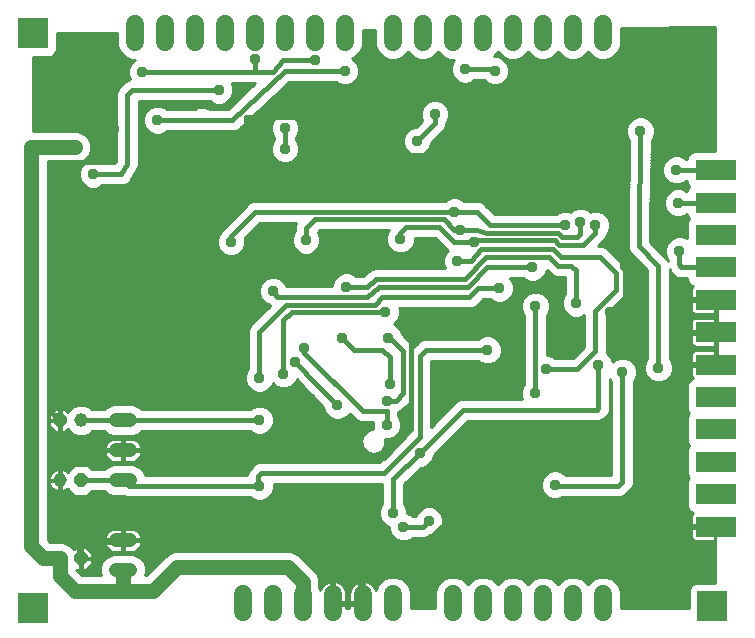
<source format=gbl>
G75*
G70*
%OFA0B0*%
%FSLAX24Y24*%
%IPPOS*%
%LPD*%
%AMOC8*
5,1,8,0,0,1.08239X$1,22.5*
%
%ADD10C,0.0600*%
%ADD11C,0.0480*%
%ADD12OC8,0.0460*%
%ADD13C,0.0460*%
%ADD14R,0.1378X0.0669*%
%ADD15C,0.0160*%
%ADD16C,0.0376*%
%ADD17R,0.1000X0.1000*%
%ADD18C,0.0500*%
%ADD19C,0.0100*%
D10*
X010431Y001789D02*
X010431Y002389D01*
X011431Y002389D02*
X011431Y001789D01*
X012431Y001789D02*
X012431Y002389D01*
X013431Y002389D02*
X013431Y001789D01*
X014431Y001789D02*
X014431Y002389D01*
X015431Y002389D02*
X015431Y001789D01*
X017431Y001789D02*
X017431Y002389D01*
X018431Y002389D02*
X018431Y001789D01*
X019431Y001789D02*
X019431Y002389D01*
X020431Y002389D02*
X020431Y001789D01*
X021431Y001789D02*
X021431Y002389D01*
X022431Y002389D02*
X022431Y001789D01*
X022431Y020789D02*
X022431Y021389D01*
X021431Y021389D02*
X021431Y020789D01*
X020431Y020789D02*
X020431Y021389D01*
X019431Y021389D02*
X019431Y020789D01*
X018431Y020789D02*
X018431Y021389D01*
X017431Y021389D02*
X017431Y020789D01*
X016431Y020789D02*
X016431Y021389D01*
X015431Y021389D02*
X015431Y020789D01*
X013831Y020789D02*
X013831Y021389D01*
X012831Y021389D02*
X012831Y020789D01*
X011831Y020789D02*
X011831Y021389D01*
X010831Y021389D02*
X010831Y020789D01*
X009831Y020789D02*
X009831Y021389D01*
X008831Y021389D02*
X008831Y020789D01*
X007831Y020789D02*
X007831Y021389D01*
X006831Y021389D02*
X006831Y020789D01*
D11*
X006671Y008189D02*
X006191Y008189D01*
X006191Y007189D02*
X006671Y007189D01*
X006671Y006189D02*
X006191Y006189D01*
X006191Y004189D02*
X006671Y004189D01*
X006671Y003189D02*
X006191Y003189D01*
D12*
X005031Y003589D03*
X005031Y006189D03*
X004331Y008189D03*
D13*
X005031Y008189D03*
X004331Y006189D03*
X004331Y003589D03*
D14*
X026201Y004649D03*
X026201Y005729D03*
X026201Y006809D03*
X026201Y007889D03*
X026201Y008969D03*
X026201Y010049D03*
X026201Y011129D03*
X026201Y012209D03*
X026201Y013289D03*
X026201Y014369D03*
X026201Y015449D03*
X026201Y016529D03*
D15*
X026201Y016539D01*
X024881Y016539D01*
X023681Y017239D02*
X023681Y017839D01*
X023681Y017239D02*
X023631Y014939D01*
X023631Y013989D01*
X024281Y013339D01*
X024281Y009939D01*
X024481Y009139D02*
X024481Y007689D01*
X024431Y007639D01*
X023681Y007639D01*
X024481Y007689D02*
X024481Y004699D01*
X024431Y004649D01*
X026201Y004649D01*
X024431Y004649D02*
X017041Y004649D01*
X016381Y003989D01*
X014581Y003989D01*
X014331Y003739D01*
X014331Y003289D01*
X014281Y003339D01*
X013481Y003339D01*
X012781Y004039D01*
X012781Y005139D01*
X010981Y005989D02*
X010931Y005989D01*
X010931Y006339D01*
X011031Y006439D01*
X015131Y006439D01*
X016331Y007639D01*
X016331Y010339D01*
X016531Y010539D01*
X018581Y010539D01*
X017831Y011189D02*
X016231Y011189D01*
X016031Y010889D01*
X016031Y007889D01*
X015131Y006939D01*
X009931Y006939D01*
X009881Y006939D02*
X009631Y007189D01*
X006431Y007189D01*
X004331Y007189D01*
X004331Y008189D01*
X003981Y008539D01*
X003981Y008789D01*
X011131Y008789D01*
X011281Y008639D01*
X012731Y008639D01*
X012931Y009339D02*
X013581Y008689D01*
X014431Y008489D02*
X012481Y010439D01*
X012481Y010589D01*
X012181Y010139D02*
X012931Y009339D01*
X011781Y009739D02*
X011781Y011539D01*
X012081Y011789D01*
X015181Y011789D01*
X014831Y012039D02*
X015081Y012289D01*
X017981Y012289D01*
X018281Y012589D01*
X018981Y012589D01*
X018581Y013289D02*
X017931Y012639D01*
X014981Y012639D01*
X014581Y012289D01*
X011581Y012289D01*
X011431Y012489D01*
X011881Y012039D02*
X014831Y012039D01*
X014581Y012639D02*
X013881Y012639D01*
X014581Y012639D02*
X014881Y012889D01*
X017831Y012889D01*
X018531Y013639D01*
X020631Y013639D01*
X020931Y013339D01*
X021381Y013339D01*
X021531Y013189D01*
X021531Y012089D01*
X022181Y011839D02*
X022181Y010489D01*
X021581Y009889D01*
X020531Y009889D01*
X020181Y009089D02*
X020181Y011989D01*
X020081Y013289D02*
X018581Y013289D01*
X018031Y013489D02*
X018381Y013889D01*
X020781Y013889D01*
X021031Y013639D01*
X022331Y013639D01*
X022881Y013089D01*
X022881Y012539D01*
X022181Y011839D01*
X022681Y011789D02*
X023181Y012289D01*
X023181Y013339D01*
X022181Y014439D02*
X021781Y014039D01*
X020981Y014039D01*
X020831Y014189D01*
X018181Y014189D01*
X018131Y014139D01*
X017481Y014139D01*
X016981Y014639D01*
X015881Y014639D01*
X015681Y014439D01*
X015681Y014239D01*
X017131Y014889D02*
X017481Y014539D01*
X017681Y014539D01*
X018231Y014539D01*
X018531Y014439D01*
X020931Y014439D01*
X021081Y014289D01*
X021581Y014289D01*
X021681Y014389D01*
X021681Y014789D01*
X022181Y014689D02*
X022181Y014439D01*
X021181Y014689D02*
X018681Y014689D01*
X018231Y015139D01*
X017481Y015139D01*
X010831Y015139D01*
X010031Y014339D01*
X010031Y014139D01*
X010531Y015839D02*
X008081Y015839D01*
X003981Y015839D01*
X003981Y016789D01*
X005831Y016789D01*
X006131Y016989D01*
X006131Y017889D01*
X007581Y018189D02*
X010081Y018189D01*
X011831Y019839D01*
X013831Y019839D01*
X012831Y020189D02*
X011781Y020189D01*
X011431Y019789D01*
X010831Y019789D01*
X010831Y020239D01*
X010831Y019789D02*
X007081Y019789D01*
X006731Y019189D02*
X006581Y019039D01*
X006581Y016739D01*
X006381Y016389D01*
X005431Y016389D01*
X003981Y015839D02*
X003981Y008789D01*
X004331Y008189D02*
X004381Y008189D01*
X005031Y008189D02*
X006431Y008189D01*
X010981Y008189D01*
X010981Y009589D02*
X010981Y011139D01*
X011881Y012039D01*
X013731Y010939D02*
X014131Y010539D01*
X015081Y010539D01*
X015331Y010289D01*
X015331Y009389D01*
X015781Y009089D02*
X015531Y008839D01*
X015231Y008839D01*
X015781Y009089D02*
X015781Y010489D01*
X015331Y010939D01*
X015281Y010939D01*
X013781Y010939D02*
X013731Y010939D01*
X014431Y008489D02*
X015231Y008489D01*
X015231Y008039D01*
X016331Y007089D02*
X017781Y008539D01*
X022231Y008539D01*
X022281Y008589D01*
X022281Y010039D01*
X023081Y009789D02*
X023081Y006139D01*
X022931Y005989D01*
X020881Y005989D01*
X020831Y006039D01*
X016631Y004839D02*
X016431Y004639D01*
X015781Y004639D01*
X015431Y005089D02*
X015431Y006239D01*
X016331Y007089D01*
X014331Y003289D02*
X014331Y002189D01*
X014431Y002089D01*
X013431Y002089D01*
X010931Y005989D02*
X006631Y005989D01*
X006431Y006189D01*
X005031Y006189D01*
X004331Y006189D02*
X004331Y004689D01*
X004881Y004139D01*
X004981Y004139D01*
X004981Y003639D01*
X005031Y003589D01*
X004981Y004139D02*
X006381Y004139D01*
X006431Y004189D01*
X004331Y006189D02*
X004331Y007189D01*
X012531Y014189D02*
X012531Y014589D01*
X012831Y014889D01*
X017131Y014889D01*
X017581Y013489D02*
X018031Y013489D01*
X017631Y017039D02*
X015531Y017039D01*
X015181Y017339D01*
X014831Y017339D01*
X014831Y018289D01*
X012831Y018289D01*
X010531Y018289D01*
X010531Y016989D01*
X010531Y015839D01*
X011831Y017239D02*
X011831Y017939D01*
X009631Y019189D02*
X006731Y019189D01*
X016231Y017489D02*
X016831Y018089D01*
X016831Y018389D01*
X017831Y018339D02*
X017831Y017289D01*
X017881Y017339D01*
X019831Y017339D01*
X019831Y019239D01*
X019816Y019674D01*
X026031Y019674D01*
X026031Y019189D01*
X026201Y015449D02*
X026201Y015439D01*
X024931Y015439D01*
X024981Y013839D02*
X024981Y013389D01*
X025031Y013289D01*
X026201Y013289D01*
X026201Y012209D02*
X026201Y011129D01*
X026201Y010049D01*
X025391Y010049D01*
X024481Y009139D01*
X017631Y017039D02*
X017831Y017239D01*
X017831Y017289D01*
X017831Y019889D02*
X018781Y019889D01*
X018831Y019839D01*
D16*
X018831Y019839D03*
X017831Y019889D03*
X017831Y018339D03*
X016831Y018389D03*
X016231Y017489D03*
X015531Y017039D03*
X014831Y017339D03*
X012831Y018289D03*
X011831Y017939D03*
X011831Y017239D03*
X010531Y016989D03*
X008081Y015839D03*
X010031Y014139D03*
X011431Y012489D03*
X013881Y012639D03*
X015181Y011789D03*
X015281Y010939D03*
X013731Y010939D03*
X012481Y010589D03*
X012181Y010139D03*
X011781Y009739D03*
X010981Y009589D03*
X010981Y008189D03*
X009881Y006939D03*
X010981Y005989D03*
X012781Y005139D03*
X015431Y005089D03*
X015781Y004639D03*
X016631Y004839D03*
X016331Y007089D03*
X015231Y008039D03*
X015231Y008839D03*
X015331Y009389D03*
X013581Y008689D03*
X012731Y008639D03*
X017831Y011189D03*
X018581Y010539D03*
X020531Y009889D03*
X020181Y009089D03*
X022281Y010039D03*
X023081Y009789D03*
X024281Y009939D03*
X022681Y011789D03*
X021531Y012089D03*
X020181Y011989D03*
X018981Y012589D03*
X020081Y013289D03*
X021181Y014689D03*
X021681Y014789D03*
X022181Y014689D03*
X023181Y013339D03*
X024981Y013839D03*
X024931Y015439D03*
X024881Y016539D03*
X023681Y017839D03*
X026031Y019189D03*
X019831Y017339D03*
X017481Y015139D03*
X017681Y014539D03*
X018131Y014139D03*
X017581Y013489D03*
X015681Y014239D03*
X012531Y014189D03*
X007581Y018189D03*
X006131Y017889D03*
X004831Y017289D03*
X005431Y016389D03*
X009631Y019189D03*
X010831Y020239D03*
X012831Y020189D03*
X013831Y019839D03*
X007081Y019789D03*
X023681Y007639D03*
X020831Y006039D03*
D17*
X003431Y001939D03*
X026081Y001989D03*
X003431Y021089D03*
D18*
X003381Y017289D02*
X004831Y017289D01*
X003381Y017289D02*
X003381Y003989D01*
X003781Y003589D01*
X004331Y003589D01*
X004331Y002989D01*
X004831Y002489D01*
X006431Y002489D01*
X006431Y003189D01*
X006431Y002489D02*
X007431Y002489D01*
X008231Y003289D01*
X011931Y003289D01*
X012431Y002789D01*
X012431Y002089D01*
D19*
X013006Y002540D02*
X012971Y002627D01*
X012971Y002681D01*
X012971Y002896D01*
X012888Y003094D01*
X012388Y003594D01*
X012236Y003746D01*
X012038Y003828D01*
X008338Y003828D01*
X008123Y003828D01*
X007925Y003746D01*
X007207Y003028D01*
X007178Y003028D01*
X007201Y003083D01*
X007201Y003294D01*
X007120Y003489D01*
X006971Y003638D01*
X006776Y003718D01*
X006562Y003718D01*
X006538Y003728D01*
X006323Y003728D01*
X006299Y003718D01*
X006085Y003718D01*
X005890Y003638D01*
X005741Y003489D01*
X005661Y003294D01*
X005661Y003083D01*
X005683Y003028D01*
X005054Y003028D01*
X004874Y003209D01*
X005010Y003209D01*
X005010Y003568D01*
X005051Y003568D01*
X005051Y003609D01*
X005010Y003609D01*
X005010Y003968D01*
X004873Y003968D01*
X004791Y003887D01*
X004788Y003894D01*
X004636Y004046D01*
X004438Y004128D01*
X004004Y004128D01*
X003921Y004212D01*
X003921Y016749D01*
X004938Y016749D01*
X005136Y016831D01*
X005288Y016983D01*
X005371Y017181D01*
X005371Y017396D01*
X005288Y017594D01*
X005136Y017746D01*
X004938Y017828D01*
X003431Y017828D01*
X003431Y020299D01*
X003988Y020299D01*
X004095Y020343D01*
X004176Y020424D01*
X004221Y020531D01*
X004221Y021095D01*
X006241Y021113D01*
X006241Y020671D01*
X006330Y020454D01*
X006496Y020288D01*
X006713Y020199D01*
X006821Y020199D01*
X006810Y020194D01*
X006675Y020059D01*
X006602Y019884D01*
X006602Y019693D01*
X006658Y019558D01*
X006657Y019558D01*
X006521Y019502D01*
X006371Y019352D01*
X006267Y019248D01*
X006211Y019112D01*
X006211Y016837D01*
X006166Y016758D01*
X005737Y016758D01*
X005701Y016794D01*
X005526Y016867D01*
X005335Y016867D01*
X005160Y016794D01*
X005025Y016659D01*
X004952Y016484D01*
X004952Y016293D01*
X005025Y016118D01*
X005160Y015983D01*
X005335Y015910D01*
X005526Y015910D01*
X005701Y015983D01*
X005737Y016019D01*
X006357Y016019D01*
X006407Y016012D01*
X006430Y016019D01*
X006454Y016019D01*
X006500Y016038D01*
X006549Y016051D01*
X006568Y016066D01*
X006590Y016075D01*
X006625Y016110D01*
X006665Y016141D01*
X006677Y016162D01*
X006694Y016179D01*
X006713Y016225D01*
X006877Y016512D01*
X006894Y016529D01*
X006913Y016575D01*
X006938Y016619D01*
X006941Y016643D01*
X006951Y016665D01*
X006951Y016715D01*
X006957Y016765D01*
X006951Y016788D01*
X006951Y018819D01*
X009324Y018819D01*
X009360Y018783D01*
X009535Y018710D01*
X009726Y018710D01*
X009901Y018783D01*
X010036Y018918D01*
X010109Y019093D01*
X010109Y019284D01*
X010053Y019419D01*
X010757Y019419D01*
X010846Y019419D01*
X009934Y018558D01*
X009338Y018558D01*
X009140Y018649D01*
X008908Y018616D01*
X008842Y018558D01*
X007887Y018558D01*
X007851Y018594D01*
X007676Y018667D01*
X007485Y018667D01*
X007310Y018594D01*
X007175Y018459D01*
X007102Y018284D01*
X007102Y018093D01*
X007175Y017918D01*
X007310Y017783D01*
X007485Y017710D01*
X007676Y017710D01*
X007851Y017783D01*
X007887Y017819D01*
X010075Y017819D01*
X010143Y017816D01*
X010149Y017819D01*
X010154Y017819D01*
X010217Y017845D01*
X010281Y017869D01*
X010285Y017873D01*
X010290Y017875D01*
X010339Y017923D01*
X011977Y019469D01*
X013524Y019469D01*
X013560Y019433D01*
X013735Y019360D01*
X013926Y019360D01*
X014101Y019433D01*
X014236Y019568D01*
X014309Y019743D01*
X014309Y019934D01*
X014236Y020109D01*
X014101Y020244D01*
X014079Y020253D01*
X014165Y020288D01*
X014331Y020454D01*
X014421Y020671D01*
X014421Y021185D01*
X014841Y021189D01*
X014841Y020671D01*
X014930Y020454D01*
X015096Y020288D01*
X015313Y020199D01*
X015548Y020199D01*
X015765Y020288D01*
X015931Y020454D01*
X016096Y020288D01*
X016313Y020199D01*
X016548Y020199D01*
X016765Y020288D01*
X016931Y020454D01*
X017096Y020288D01*
X017313Y020199D01*
X017464Y020199D01*
X017425Y020159D01*
X017352Y019984D01*
X017352Y019793D01*
X017425Y019618D01*
X017560Y019483D01*
X017735Y019410D01*
X017926Y019410D01*
X018101Y019483D01*
X018137Y019519D01*
X018474Y019519D01*
X018560Y019433D01*
X018735Y019360D01*
X018926Y019360D01*
X019101Y019433D01*
X019236Y019568D01*
X019309Y019743D01*
X019309Y019934D01*
X019236Y020109D01*
X019101Y020244D01*
X018926Y020317D01*
X018793Y020317D01*
X018931Y020454D01*
X019096Y020288D01*
X019313Y020199D01*
X019548Y020199D01*
X019765Y020288D01*
X019931Y020454D01*
X020096Y020288D01*
X020313Y020199D01*
X020548Y020199D01*
X020765Y020288D01*
X020931Y020454D01*
X021096Y020288D01*
X021313Y020199D01*
X021548Y020199D01*
X021765Y020288D01*
X021931Y020454D01*
X022096Y020288D01*
X022313Y020199D01*
X022548Y020199D01*
X022765Y020288D01*
X022931Y020454D01*
X023021Y020671D01*
X023021Y021261D01*
X026181Y021289D01*
X026181Y017153D01*
X025454Y017153D01*
X025347Y017109D01*
X025266Y017027D01*
X025222Y016921D01*
X025222Y016908D01*
X025187Y016908D01*
X025151Y016944D01*
X024976Y017017D01*
X024785Y017017D01*
X024610Y016944D01*
X024475Y016809D01*
X024402Y016634D01*
X024402Y016443D01*
X024475Y016268D01*
X024610Y016133D01*
X024785Y016060D01*
X024976Y016060D01*
X025151Y016133D01*
X025187Y016169D01*
X025222Y016169D01*
X025222Y016136D01*
X025266Y016030D01*
X025307Y015989D01*
X025266Y015947D01*
X025222Y015841D01*
X025222Y015824D01*
X025201Y015844D01*
X025026Y015917D01*
X024835Y015917D01*
X024660Y015844D01*
X024525Y015709D01*
X024452Y015534D01*
X024452Y015343D01*
X024525Y015168D01*
X024660Y015033D01*
X024835Y014960D01*
X025026Y014960D01*
X025201Y015033D01*
X025222Y015054D01*
X025266Y014950D01*
X025307Y014908D01*
X025266Y014867D01*
X025222Y014761D01*
X025222Y014256D01*
X025076Y014317D01*
X024885Y014317D01*
X024710Y014244D01*
X024575Y014109D01*
X024502Y013934D01*
X024502Y013743D01*
X024575Y013568D01*
X024611Y013532D01*
X024611Y013508D01*
X024594Y013548D01*
X024001Y014142D01*
X024001Y014935D01*
X024049Y017161D01*
X024051Y017165D01*
X024051Y017235D01*
X024052Y017304D01*
X024051Y017308D01*
X024051Y017532D01*
X024086Y017568D01*
X024159Y017743D01*
X024159Y017934D01*
X024086Y018109D01*
X023951Y018244D01*
X023776Y018317D01*
X023585Y018317D01*
X023410Y018244D01*
X023275Y018109D01*
X023202Y017934D01*
X023202Y017743D01*
X023275Y017568D01*
X023311Y017532D01*
X023311Y017242D01*
X023262Y015016D01*
X023261Y015012D01*
X023261Y014942D01*
X023259Y014873D01*
X023261Y014869D01*
X023261Y013915D01*
X023317Y013779D01*
X023421Y013675D01*
X023911Y013185D01*
X023911Y010245D01*
X023875Y010209D01*
X023802Y010034D01*
X023802Y009843D01*
X023875Y009668D01*
X024010Y009533D01*
X024185Y009460D01*
X024376Y009460D01*
X024551Y009533D01*
X024686Y009668D01*
X024759Y009843D01*
X024759Y010034D01*
X024686Y010209D01*
X024651Y010245D01*
X024651Y013219D01*
X024667Y013179D01*
X024676Y013169D01*
X024694Y013135D01*
X024717Y013079D01*
X024726Y013069D01*
X024733Y013057D01*
X024778Y013018D01*
X024821Y012975D01*
X024833Y012970D01*
X024844Y012961D01*
X024901Y012942D01*
X024957Y012919D01*
X024970Y012919D01*
X024983Y012914D01*
X025044Y012919D01*
X025222Y012919D01*
X025222Y012896D01*
X025266Y012790D01*
X025347Y012708D01*
X025435Y012672D01*
X025419Y012663D01*
X025392Y012635D01*
X025372Y012601D01*
X025362Y012563D01*
X025362Y012258D01*
X026150Y012258D01*
X026150Y012159D01*
X025362Y012159D01*
X025362Y011854D01*
X025372Y011816D01*
X025392Y011782D01*
X025419Y011754D01*
X025454Y011734D01*
X025492Y011724D01*
X026151Y011724D01*
X026151Y012158D01*
X026181Y012158D01*
X026181Y011179D01*
X026151Y011179D01*
X026151Y011613D01*
X025492Y011613D01*
X025454Y011603D01*
X025419Y011583D01*
X025392Y011555D01*
X025372Y011521D01*
X025362Y011483D01*
X025362Y011178D01*
X026150Y011178D01*
X026150Y011079D01*
X025362Y011079D01*
X025362Y010774D01*
X025372Y010736D01*
X025392Y010702D01*
X025419Y010674D01*
X025454Y010654D01*
X025492Y010644D01*
X026151Y010644D01*
X026151Y011078D01*
X026181Y011078D01*
X026181Y010099D01*
X026151Y010099D01*
X026151Y010533D01*
X025492Y010533D01*
X025454Y010523D01*
X025419Y010503D01*
X025392Y010475D01*
X025372Y010441D01*
X025362Y010403D01*
X025362Y010098D01*
X026150Y010098D01*
X026150Y009999D01*
X025362Y009999D01*
X025362Y009694D01*
X025372Y009656D01*
X025392Y009622D01*
X025419Y009594D01*
X025435Y009585D01*
X025347Y009549D01*
X025266Y009467D01*
X025222Y009361D01*
X025222Y008576D01*
X025266Y008470D01*
X025307Y008429D01*
X025266Y008387D01*
X025222Y008281D01*
X025222Y007496D01*
X025266Y007390D01*
X025307Y007349D01*
X025266Y007307D01*
X025222Y007201D01*
X025222Y006416D01*
X025266Y006310D01*
X025307Y006269D01*
X025266Y006227D01*
X025222Y006121D01*
X025222Y005336D01*
X025266Y005230D01*
X025347Y005148D01*
X025435Y005112D01*
X025419Y005103D01*
X025392Y005075D01*
X025372Y005041D01*
X025362Y005003D01*
X025362Y004698D01*
X026150Y004698D01*
X026150Y004599D01*
X025362Y004599D01*
X025362Y004294D01*
X025372Y004256D01*
X025392Y004222D01*
X025419Y004194D01*
X025454Y004174D01*
X025492Y004164D01*
X026151Y004164D01*
X026151Y004598D01*
X026181Y004598D01*
X026181Y002778D01*
X025523Y002778D01*
X025416Y002734D01*
X025335Y002653D01*
X025291Y002546D01*
X025291Y001939D01*
X023021Y001939D01*
X023021Y002506D01*
X022931Y002723D01*
X022765Y002889D01*
X022548Y002978D01*
X022313Y002978D01*
X022096Y002889D01*
X021931Y002723D01*
X021765Y002889D01*
X021548Y002978D01*
X021313Y002978D01*
X021096Y002889D01*
X020931Y002723D01*
X020765Y002889D01*
X020548Y002978D01*
X020313Y002978D01*
X020096Y002889D01*
X019931Y002723D01*
X019765Y002889D01*
X019548Y002978D01*
X019313Y002978D01*
X019096Y002889D01*
X018931Y002723D01*
X018765Y002889D01*
X018548Y002978D01*
X018313Y002978D01*
X018096Y002889D01*
X017931Y002723D01*
X017765Y002889D01*
X017548Y002978D01*
X017313Y002978D01*
X017096Y002889D01*
X016930Y002723D01*
X016841Y002506D01*
X016841Y001939D01*
X016021Y001939D01*
X016021Y002506D01*
X015931Y002723D01*
X015765Y002889D01*
X015548Y002978D01*
X015313Y002978D01*
X015096Y002889D01*
X014930Y002723D01*
X014855Y002540D01*
X014848Y002561D01*
X014815Y002624D01*
X014774Y002682D01*
X014724Y002732D01*
X014666Y002773D01*
X014603Y002806D01*
X014536Y002827D01*
X014480Y002836D01*
X014480Y002139D01*
X014381Y002139D01*
X014381Y002836D01*
X014325Y002827D01*
X014258Y002806D01*
X014195Y002773D01*
X014137Y002732D01*
X014087Y002682D01*
X014046Y002624D01*
X014014Y002561D01*
X013992Y002494D01*
X013981Y002424D01*
X013981Y002138D01*
X014380Y002138D01*
X014380Y002039D01*
X013981Y002039D01*
X013981Y001939D01*
X013881Y001939D01*
X013881Y002039D01*
X013481Y002039D01*
X013481Y002138D01*
X013881Y002138D01*
X013881Y002424D01*
X013869Y002494D01*
X013848Y002561D01*
X013815Y002624D01*
X013774Y002682D01*
X013724Y002732D01*
X013666Y002773D01*
X013603Y002806D01*
X013536Y002827D01*
X013480Y002836D01*
X013480Y002139D01*
X013381Y002139D01*
X013381Y002836D01*
X013325Y002827D01*
X013258Y002806D01*
X013195Y002773D01*
X013137Y002732D01*
X013087Y002682D01*
X013046Y002624D01*
X013014Y002561D01*
X013006Y002540D01*
X013016Y002567D02*
X012995Y002567D01*
X012971Y002665D02*
X013075Y002665D01*
X012971Y002764D02*
X013181Y002764D01*
X013381Y002764D02*
X013480Y002764D01*
X013480Y002665D02*
X013381Y002665D01*
X013381Y002567D02*
X013480Y002567D01*
X013480Y002468D02*
X013381Y002468D01*
X013381Y002370D02*
X013480Y002370D01*
X013480Y002271D02*
X013381Y002271D01*
X013381Y002172D02*
X013480Y002172D01*
X013481Y002074D02*
X014380Y002074D01*
X014381Y002172D02*
X014480Y002172D01*
X014480Y002271D02*
X014381Y002271D01*
X014381Y002370D02*
X014480Y002370D01*
X014480Y002468D02*
X014381Y002468D01*
X014381Y002567D02*
X014480Y002567D01*
X014480Y002665D02*
X014381Y002665D01*
X014381Y002764D02*
X014480Y002764D01*
X014680Y002764D02*
X014971Y002764D01*
X014907Y002665D02*
X014786Y002665D01*
X014845Y002567D02*
X014866Y002567D01*
X015070Y002862D02*
X012971Y002862D01*
X012944Y002961D02*
X015271Y002961D01*
X015591Y002961D02*
X017271Y002961D01*
X017070Y002862D02*
X015791Y002862D01*
X015890Y002764D02*
X016971Y002764D01*
X016907Y002665D02*
X015955Y002665D01*
X015995Y002567D02*
X016866Y002567D01*
X016841Y002468D02*
X016021Y002468D01*
X016021Y002370D02*
X016841Y002370D01*
X016841Y002271D02*
X016021Y002271D01*
X016021Y002172D02*
X016841Y002172D01*
X016841Y002074D02*
X016021Y002074D01*
X016021Y001975D02*
X016841Y001975D01*
X017791Y002862D02*
X018070Y002862D01*
X017971Y002764D02*
X017890Y002764D01*
X017591Y002961D02*
X018271Y002961D01*
X018591Y002961D02*
X019271Y002961D01*
X019070Y002862D02*
X018791Y002862D01*
X018890Y002764D02*
X018971Y002764D01*
X019591Y002961D02*
X020271Y002961D01*
X020070Y002862D02*
X019791Y002862D01*
X019890Y002764D02*
X019971Y002764D01*
X020591Y002961D02*
X021271Y002961D01*
X021070Y002862D02*
X020791Y002862D01*
X020890Y002764D02*
X020971Y002764D01*
X021591Y002961D02*
X022271Y002961D01*
X022070Y002862D02*
X021791Y002862D01*
X021890Y002764D02*
X021971Y002764D01*
X022591Y002961D02*
X026181Y002961D01*
X026181Y003059D02*
X012903Y003059D01*
X012825Y003158D02*
X026181Y003158D01*
X026181Y003256D02*
X012726Y003256D01*
X012628Y003355D02*
X026181Y003355D01*
X026181Y003454D02*
X012529Y003454D01*
X012431Y003552D02*
X026181Y003552D01*
X026181Y003651D02*
X012332Y003651D01*
X012229Y003749D02*
X026181Y003749D01*
X026181Y003848D02*
X006863Y003848D01*
X006855Y003843D02*
X006919Y003886D01*
X006973Y003940D01*
X007016Y004004D01*
X007046Y004075D01*
X007061Y004150D01*
X007061Y004158D01*
X006461Y004158D01*
X006461Y004219D01*
X006400Y004219D01*
X006400Y004578D01*
X006152Y004578D01*
X006077Y004563D01*
X006006Y004534D01*
X005942Y004491D01*
X005888Y004437D01*
X005845Y004373D01*
X005816Y004302D01*
X005801Y004227D01*
X005801Y004219D01*
X006400Y004219D01*
X006400Y004158D01*
X006461Y004158D01*
X006461Y003799D01*
X006709Y003799D01*
X006784Y003814D01*
X006855Y003843D01*
X006978Y003946D02*
X026181Y003946D01*
X026181Y004045D02*
X007033Y004045D01*
X007059Y004143D02*
X026181Y004143D01*
X026181Y004242D02*
X026151Y004242D01*
X026151Y004340D02*
X026181Y004340D01*
X026181Y004439D02*
X026151Y004439D01*
X026151Y004538D02*
X026181Y004538D01*
X026150Y004636D02*
X017064Y004636D01*
X017036Y004568D02*
X017109Y004743D01*
X017109Y004934D01*
X017036Y005109D01*
X016901Y005244D01*
X016726Y005317D01*
X016535Y005317D01*
X016360Y005244D01*
X016225Y005109D01*
X016183Y005008D01*
X016087Y005008D01*
X016051Y005044D01*
X015909Y005103D01*
X015909Y005184D01*
X015836Y005359D01*
X015801Y005395D01*
X015801Y006079D01*
X016363Y006610D01*
X016426Y006610D01*
X016601Y006683D01*
X016736Y006818D01*
X016809Y006993D01*
X016809Y007043D01*
X017934Y008169D01*
X022157Y008169D01*
X022304Y008169D01*
X022440Y008225D01*
X022594Y008379D01*
X022651Y008515D01*
X022651Y008662D01*
X022651Y009577D01*
X022675Y009518D01*
X022711Y009482D01*
X022711Y006358D01*
X021187Y006358D01*
X021101Y006444D01*
X020926Y006517D01*
X020735Y006517D01*
X020560Y006444D01*
X020425Y006309D01*
X020352Y006134D01*
X020352Y005943D01*
X020425Y005768D01*
X020560Y005633D01*
X020735Y005560D01*
X020926Y005560D01*
X021066Y005619D01*
X023004Y005619D01*
X023140Y005675D01*
X023244Y005779D01*
X023394Y005929D01*
X023451Y006065D01*
X023451Y006212D01*
X023451Y009482D01*
X023486Y009518D01*
X023559Y009693D01*
X023559Y009884D01*
X023486Y010059D01*
X023351Y010194D01*
X023176Y010267D01*
X022985Y010267D01*
X022810Y010194D01*
X022756Y010140D01*
X022686Y010309D01*
X022551Y010444D01*
X022551Y010444D01*
X022551Y010562D01*
X022551Y011685D01*
X023194Y012329D01*
X023251Y012465D01*
X023251Y012612D01*
X023251Y013162D01*
X023194Y013298D01*
X023090Y013402D01*
X022540Y013952D01*
X022404Y014008D01*
X022274Y014008D01*
X022494Y014229D01*
X022551Y014365D01*
X022551Y014382D01*
X022586Y014418D01*
X022659Y014593D01*
X022659Y014784D01*
X022586Y014959D01*
X022451Y015094D01*
X022276Y015167D01*
X022085Y015167D01*
X022010Y015135D01*
X021951Y015194D01*
X021776Y015267D01*
X021585Y015267D01*
X021410Y015194D01*
X021351Y015135D01*
X021276Y015167D01*
X021085Y015167D01*
X020910Y015094D01*
X020874Y015058D01*
X018834Y015058D01*
X018544Y015348D01*
X018440Y015452D01*
X018304Y015508D01*
X017787Y015508D01*
X017751Y015544D01*
X017576Y015617D01*
X017385Y015617D01*
X017210Y015544D01*
X017174Y015508D01*
X010757Y015508D01*
X010621Y015452D01*
X010517Y015348D01*
X009717Y014548D01*
X009684Y014468D01*
X009625Y014409D01*
X009552Y014234D01*
X009552Y014043D01*
X009625Y013868D01*
X009760Y013733D01*
X009935Y013660D01*
X010126Y013660D01*
X010301Y013733D01*
X010436Y013868D01*
X010509Y014043D01*
X010509Y014234D01*
X010491Y014276D01*
X010984Y014769D01*
X012205Y014769D01*
X012161Y014662D01*
X012161Y014515D01*
X012161Y014495D01*
X012125Y014459D01*
X012052Y014284D01*
X012052Y014093D01*
X012125Y013918D01*
X012260Y013783D01*
X012435Y013710D01*
X012626Y013710D01*
X012801Y013783D01*
X012936Y013918D01*
X013009Y014093D01*
X013009Y014284D01*
X012936Y014459D01*
X012930Y014465D01*
X012984Y014519D01*
X015284Y014519D01*
X015275Y014509D01*
X015202Y014334D01*
X015202Y014143D01*
X015275Y013968D01*
X015410Y013833D01*
X015585Y013760D01*
X015776Y013760D01*
X015951Y013833D01*
X016086Y013968D01*
X016159Y014143D01*
X016159Y014269D01*
X016827Y014269D01*
X017167Y013929D01*
X017256Y013840D01*
X017175Y013759D01*
X017102Y013584D01*
X017102Y013393D01*
X017158Y013258D01*
X014897Y013258D01*
X014841Y013264D01*
X014824Y013258D01*
X014807Y013258D01*
X014755Y013237D01*
X014700Y013220D01*
X014687Y013209D01*
X014671Y013202D01*
X014631Y013162D01*
X014447Y013008D01*
X014187Y013008D01*
X014151Y013044D01*
X013976Y013117D01*
X013785Y013117D01*
X013610Y013044D01*
X013475Y012909D01*
X013402Y012734D01*
X013402Y012658D01*
X011878Y012658D01*
X011836Y012759D01*
X011701Y012894D01*
X011526Y012967D01*
X011335Y012967D01*
X011160Y012894D01*
X011025Y012759D01*
X010952Y012584D01*
X010952Y012393D01*
X011025Y012218D01*
X011160Y012083D01*
X011323Y012016D01*
X011328Y012009D01*
X010771Y011452D01*
X010667Y011348D01*
X010611Y011212D01*
X010611Y009895D01*
X010575Y009859D01*
X003921Y009859D01*
X003921Y009957D02*
X010611Y009957D01*
X010611Y010056D02*
X003921Y010056D01*
X003921Y010154D02*
X010611Y010154D01*
X010611Y010253D02*
X003921Y010253D01*
X003921Y010352D02*
X010611Y010352D01*
X010611Y010450D02*
X003921Y010450D01*
X003921Y010549D02*
X010611Y010549D01*
X010611Y010647D02*
X003921Y010647D01*
X003921Y010746D02*
X010611Y010746D01*
X010611Y010844D02*
X003921Y010844D01*
X003921Y010943D02*
X010611Y010943D01*
X010611Y011041D02*
X003921Y011041D01*
X003921Y011140D02*
X010611Y011140D01*
X010621Y011238D02*
X003921Y011238D01*
X003921Y011337D02*
X010662Y011337D01*
X010754Y011436D02*
X003921Y011436D01*
X003921Y011534D02*
X010853Y011534D01*
X010771Y011452D02*
X010771Y011452D01*
X010951Y011633D02*
X003921Y011633D01*
X003921Y011731D02*
X011050Y011731D01*
X011149Y011830D02*
X003921Y011830D01*
X003921Y011928D02*
X011247Y011928D01*
X011296Y012027D02*
X003921Y012027D01*
X003921Y012125D02*
X011118Y012125D01*
X011023Y012224D02*
X003921Y012224D01*
X003921Y012322D02*
X010982Y012322D01*
X010952Y012421D02*
X003921Y012421D01*
X003921Y012520D02*
X010952Y012520D01*
X010967Y012618D02*
X003921Y012618D01*
X003921Y012717D02*
X011008Y012717D01*
X011081Y012815D02*
X003921Y012815D01*
X003921Y012914D02*
X011208Y012914D01*
X011653Y012914D02*
X013480Y012914D01*
X013436Y012815D02*
X011780Y012815D01*
X011854Y012717D02*
X013402Y012717D01*
X013578Y013012D02*
X003921Y013012D01*
X003921Y013111D02*
X013771Y013111D01*
X013990Y013111D02*
X014569Y013111D01*
X014451Y013012D02*
X014183Y013012D01*
X014688Y013209D02*
X003921Y013209D01*
X003921Y013308D02*
X017138Y013308D01*
X017102Y013406D02*
X003921Y013406D01*
X003921Y013505D02*
X017102Y013505D01*
X017111Y013604D02*
X003921Y013604D01*
X003921Y013702D02*
X009835Y013702D01*
X009692Y013801D02*
X003921Y013801D01*
X003921Y013899D02*
X009612Y013899D01*
X009571Y013998D02*
X003921Y013998D01*
X003921Y014096D02*
X009552Y014096D01*
X009552Y014195D02*
X003921Y014195D01*
X003921Y014293D02*
X009577Y014293D01*
X009618Y014392D02*
X003921Y014392D01*
X003921Y014490D02*
X009693Y014490D01*
X009758Y014589D02*
X003921Y014589D01*
X003921Y014687D02*
X009856Y014687D01*
X009955Y014786D02*
X003921Y014786D01*
X003921Y014885D02*
X010053Y014885D01*
X010152Y014983D02*
X003921Y014983D01*
X003921Y015082D02*
X010250Y015082D01*
X010349Y015180D02*
X003921Y015180D01*
X003921Y015279D02*
X010448Y015279D01*
X010546Y015377D02*
X003921Y015377D01*
X003921Y015476D02*
X010678Y015476D01*
X010903Y014687D02*
X012171Y014687D01*
X012161Y014589D02*
X010804Y014589D01*
X010706Y014490D02*
X012156Y014490D01*
X012097Y014392D02*
X010607Y014392D01*
X010509Y014293D02*
X012056Y014293D01*
X012052Y014195D02*
X010509Y014195D01*
X010509Y014096D02*
X012052Y014096D01*
X012092Y013998D02*
X010490Y013998D01*
X010449Y013899D02*
X012144Y013899D01*
X012242Y013801D02*
X010369Y013801D01*
X010226Y013702D02*
X017152Y013702D01*
X017217Y013801D02*
X015873Y013801D01*
X016017Y013899D02*
X017197Y013899D01*
X017098Y013998D02*
X016098Y013998D01*
X016139Y014096D02*
X017000Y014096D01*
X016901Y014195D02*
X016159Y014195D01*
X015488Y013801D02*
X012819Y013801D01*
X012917Y013899D02*
X015344Y013899D01*
X015263Y013998D02*
X012969Y013998D01*
X013009Y014096D02*
X015222Y014096D01*
X015202Y014195D02*
X013009Y014195D01*
X013005Y014293D02*
X015202Y014293D01*
X015227Y014392D02*
X012964Y014392D01*
X012956Y014490D02*
X015267Y014490D01*
X017284Y015574D02*
X003921Y015574D01*
X003921Y015673D02*
X023276Y015673D01*
X023279Y015771D02*
X003921Y015771D01*
X003921Y015870D02*
X023281Y015870D01*
X023283Y015969D02*
X005666Y015969D01*
X005195Y015969D02*
X003921Y015969D01*
X003921Y016067D02*
X005076Y016067D01*
X005005Y016166D02*
X003921Y016166D01*
X003921Y016264D02*
X004965Y016264D01*
X004952Y016363D02*
X003921Y016363D01*
X003921Y016461D02*
X004952Y016461D01*
X004984Y016560D02*
X003921Y016560D01*
X003921Y016658D02*
X005025Y016658D01*
X004958Y016757D02*
X005123Y016757D01*
X005161Y016855D02*
X005309Y016855D01*
X005260Y016954D02*
X006211Y016954D01*
X006211Y017053D02*
X005317Y017053D01*
X005358Y017151D02*
X006211Y017151D01*
X006211Y017250D02*
X005371Y017250D01*
X005371Y017348D02*
X006211Y017348D01*
X006211Y017447D02*
X005349Y017447D01*
X005309Y017545D02*
X006211Y017545D01*
X006211Y017644D02*
X005239Y017644D01*
X005140Y017742D02*
X006211Y017742D01*
X006211Y017841D02*
X003431Y017841D01*
X003431Y017939D02*
X006211Y017939D01*
X006211Y018038D02*
X003431Y018038D01*
X003431Y018136D02*
X006211Y018136D01*
X006211Y018235D02*
X003431Y018235D01*
X003431Y018334D02*
X006211Y018334D01*
X006211Y018432D02*
X003431Y018432D01*
X003431Y018531D02*
X006211Y018531D01*
X006211Y018629D02*
X003431Y018629D01*
X003431Y018728D02*
X006211Y018728D01*
X006211Y018826D02*
X003431Y018826D01*
X003431Y018925D02*
X006211Y018925D01*
X006211Y019023D02*
X003431Y019023D01*
X003431Y019122D02*
X006215Y019122D01*
X006255Y019220D02*
X003431Y019220D01*
X003431Y019319D02*
X006338Y019319D01*
X006436Y019418D02*
X003431Y019418D01*
X003431Y019516D02*
X006555Y019516D01*
X006635Y019615D02*
X003431Y019615D01*
X003431Y019713D02*
X006602Y019713D01*
X006602Y019812D02*
X003431Y019812D01*
X003431Y019910D02*
X006614Y019910D01*
X006654Y020009D02*
X003431Y020009D01*
X003431Y020107D02*
X006723Y020107D01*
X006695Y020206D02*
X003431Y020206D01*
X004003Y020304D02*
X006480Y020304D01*
X006382Y020403D02*
X004155Y020403D01*
X004208Y020502D02*
X006311Y020502D01*
X006270Y020600D02*
X004221Y020600D01*
X004221Y020699D02*
X006241Y020699D01*
X006241Y020797D02*
X004221Y020797D01*
X004221Y020896D02*
X006241Y020896D01*
X006241Y020994D02*
X004221Y020994D01*
X004221Y021093D02*
X006241Y021093D01*
X006951Y018728D02*
X009494Y018728D01*
X009768Y018728D02*
X010113Y018728D01*
X010218Y018826D02*
X009944Y018826D01*
X010039Y018925D02*
X010322Y018925D01*
X010427Y019023D02*
X010080Y019023D01*
X010109Y019122D02*
X010531Y019122D01*
X010636Y019220D02*
X010109Y019220D01*
X010094Y019319D02*
X010740Y019319D01*
X010845Y019418D02*
X010053Y019418D01*
X010009Y018629D02*
X009184Y018629D01*
X009000Y018629D02*
X007766Y018629D01*
X007395Y018629D02*
X006951Y018629D01*
X006951Y018531D02*
X007247Y018531D01*
X007164Y018432D02*
X006951Y018432D01*
X006951Y018334D02*
X007123Y018334D01*
X007102Y018235D02*
X006951Y018235D01*
X006951Y018136D02*
X007102Y018136D01*
X007125Y018038D02*
X006951Y018038D01*
X006951Y017939D02*
X007166Y017939D01*
X007252Y017841D02*
X006951Y017841D01*
X006951Y017742D02*
X007408Y017742D01*
X007753Y017742D02*
X011394Y017742D01*
X011425Y017668D02*
X011461Y017632D01*
X011461Y017545D01*
X006951Y017545D01*
X006951Y017447D02*
X011399Y017447D01*
X011425Y017509D02*
X011352Y017334D01*
X011352Y017143D01*
X011425Y016968D01*
X011560Y016833D01*
X011735Y016760D01*
X011926Y016760D01*
X012101Y016833D01*
X012236Y016968D01*
X012309Y017143D01*
X012309Y017334D01*
X012236Y017509D01*
X012201Y017545D01*
X015752Y017545D01*
X015752Y017584D02*
X015752Y017393D01*
X015825Y017218D01*
X015960Y017083D01*
X016135Y017010D01*
X016326Y017010D01*
X016501Y017083D01*
X016636Y017218D01*
X016709Y017393D01*
X016709Y017443D01*
X017144Y017879D01*
X017201Y018015D01*
X017201Y018082D01*
X017236Y018118D01*
X017309Y018293D01*
X017309Y018484D01*
X017236Y018659D01*
X017101Y018794D01*
X016926Y018867D01*
X016735Y018867D01*
X016560Y018794D01*
X016425Y018659D01*
X016352Y018484D01*
X016352Y018293D01*
X016399Y018180D01*
X016185Y017967D01*
X016135Y017967D01*
X015960Y017894D01*
X015825Y017759D01*
X015752Y017584D01*
X015777Y017644D02*
X012212Y017644D01*
X012201Y017632D02*
X012236Y017668D01*
X012309Y017843D01*
X012309Y018034D01*
X012236Y018209D01*
X012101Y018344D01*
X011926Y018417D01*
X011735Y018417D01*
X011560Y018344D01*
X011425Y018209D01*
X011352Y018034D01*
X011352Y017843D01*
X011425Y017668D01*
X011449Y017644D02*
X006951Y017644D01*
X006951Y017348D02*
X011359Y017348D01*
X011352Y017250D02*
X006951Y017250D01*
X006951Y017151D02*
X011352Y017151D01*
X011390Y017053D02*
X006951Y017053D01*
X006951Y016954D02*
X011439Y016954D01*
X011537Y016855D02*
X006951Y016855D01*
X006956Y016757D02*
X023300Y016757D01*
X023302Y016855D02*
X012124Y016855D01*
X012222Y016954D02*
X023304Y016954D01*
X023306Y017053D02*
X016427Y017053D01*
X016569Y017151D02*
X023309Y017151D01*
X023311Y017250D02*
X016649Y017250D01*
X016690Y017348D02*
X023311Y017348D01*
X023311Y017447D02*
X016712Y017447D01*
X016811Y017545D02*
X023298Y017545D01*
X023244Y017644D02*
X016909Y017644D01*
X017008Y017742D02*
X023203Y017742D01*
X023202Y017841D02*
X017106Y017841D01*
X017169Y017939D02*
X023205Y017939D01*
X023246Y018038D02*
X017201Y018038D01*
X017244Y018136D02*
X023302Y018136D01*
X023401Y018235D02*
X017284Y018235D01*
X017309Y018334D02*
X026181Y018334D01*
X026181Y018432D02*
X017309Y018432D01*
X017289Y018531D02*
X026181Y018531D01*
X026181Y018629D02*
X017248Y018629D01*
X017167Y018728D02*
X026181Y018728D01*
X026181Y018826D02*
X017023Y018826D01*
X016638Y018826D02*
X011296Y018826D01*
X011192Y018728D02*
X016494Y018728D01*
X016413Y018629D02*
X011087Y018629D01*
X010983Y018531D02*
X016372Y018531D01*
X016352Y018432D02*
X010878Y018432D01*
X010774Y018334D02*
X011550Y018334D01*
X011451Y018235D02*
X010669Y018235D01*
X010565Y018136D02*
X011395Y018136D01*
X011354Y018038D02*
X010460Y018038D01*
X010356Y017939D02*
X011352Y017939D01*
X011353Y017841D02*
X010208Y017841D01*
X011425Y017509D02*
X011461Y017545D01*
X012201Y017545D02*
X012201Y017632D01*
X012267Y017742D02*
X015818Y017742D01*
X015907Y017841D02*
X012308Y017841D01*
X012309Y017939D02*
X016070Y017939D01*
X016257Y018038D02*
X012307Y018038D01*
X012266Y018136D02*
X016355Y018136D01*
X016377Y018235D02*
X012210Y018235D01*
X012112Y018334D02*
X016352Y018334D01*
X015752Y017447D02*
X012262Y017447D01*
X012303Y017348D02*
X015771Y017348D01*
X015812Y017250D02*
X012309Y017250D01*
X012309Y017151D02*
X015892Y017151D01*
X016034Y017053D02*
X012271Y017053D01*
X011401Y018925D02*
X026181Y018925D01*
X026181Y019023D02*
X011505Y019023D01*
X011610Y019122D02*
X026181Y019122D01*
X026181Y019220D02*
X011714Y019220D01*
X011819Y019319D02*
X026181Y019319D01*
X026181Y019418D02*
X019064Y019418D01*
X019184Y019516D02*
X026181Y019516D01*
X026181Y019615D02*
X019255Y019615D01*
X019296Y019713D02*
X026181Y019713D01*
X026181Y019812D02*
X019309Y019812D01*
X019309Y019910D02*
X026181Y019910D01*
X026181Y020009D02*
X019277Y020009D01*
X019237Y020107D02*
X026181Y020107D01*
X026181Y020206D02*
X022566Y020206D01*
X022781Y020304D02*
X026181Y020304D01*
X026181Y020403D02*
X022879Y020403D01*
X022950Y020502D02*
X026181Y020502D01*
X026181Y020600D02*
X022991Y020600D01*
X023021Y020699D02*
X026181Y020699D01*
X026181Y020797D02*
X023021Y020797D01*
X023021Y020896D02*
X026181Y020896D01*
X026181Y020994D02*
X023021Y020994D01*
X023021Y021093D02*
X026181Y021093D01*
X026181Y021191D02*
X023021Y021191D01*
X022080Y020304D02*
X021781Y020304D01*
X021879Y020403D02*
X021982Y020403D01*
X022295Y020206D02*
X021566Y020206D01*
X021295Y020206D02*
X020566Y020206D01*
X020781Y020304D02*
X021080Y020304D01*
X020982Y020403D02*
X020879Y020403D01*
X020295Y020206D02*
X019566Y020206D01*
X019781Y020304D02*
X020080Y020304D01*
X019982Y020403D02*
X019879Y020403D01*
X019295Y020206D02*
X019139Y020206D01*
X019080Y020304D02*
X018955Y020304D01*
X018982Y020403D02*
X018879Y020403D01*
X018477Y019516D02*
X018134Y019516D01*
X017943Y019418D02*
X018597Y019418D01*
X017718Y019418D02*
X014064Y019418D01*
X014184Y019516D02*
X017527Y019516D01*
X017428Y019615D02*
X014255Y019615D01*
X014296Y019713D02*
X017386Y019713D01*
X017352Y019812D02*
X014309Y019812D01*
X014309Y019910D02*
X017352Y019910D01*
X017363Y020009D02*
X014277Y020009D01*
X014237Y020107D02*
X017404Y020107D01*
X017295Y020206D02*
X016566Y020206D01*
X016781Y020304D02*
X017080Y020304D01*
X016982Y020403D02*
X016879Y020403D01*
X016295Y020206D02*
X015566Y020206D01*
X015781Y020304D02*
X016080Y020304D01*
X015982Y020403D02*
X015879Y020403D01*
X015295Y020206D02*
X014139Y020206D01*
X014181Y020304D02*
X015080Y020304D01*
X014982Y020403D02*
X014279Y020403D01*
X014350Y020502D02*
X014911Y020502D01*
X014870Y020600D02*
X014391Y020600D01*
X014421Y020699D02*
X014841Y020699D01*
X014841Y020797D02*
X014421Y020797D01*
X014421Y020896D02*
X014841Y020896D01*
X014841Y020994D02*
X014421Y020994D01*
X014421Y021093D02*
X014841Y021093D01*
X013597Y019418D02*
X011923Y019418D01*
X006948Y016658D02*
X023298Y016658D01*
X023296Y016560D02*
X006907Y016560D01*
X006848Y016461D02*
X023294Y016461D01*
X023291Y016363D02*
X006792Y016363D01*
X006736Y016264D02*
X023289Y016264D01*
X023287Y016166D02*
X006681Y016166D01*
X006571Y016067D02*
X023285Y016067D01*
X023274Y015574D02*
X017678Y015574D01*
X018383Y015476D02*
X023272Y015476D01*
X023270Y015377D02*
X018515Y015377D01*
X018614Y015279D02*
X023268Y015279D01*
X023266Y015180D02*
X021965Y015180D01*
X022463Y015082D02*
X023264Y015082D01*
X023261Y014983D02*
X022562Y014983D01*
X022617Y014885D02*
X023259Y014885D01*
X023261Y014786D02*
X022658Y014786D01*
X022659Y014687D02*
X023261Y014687D01*
X023261Y014589D02*
X022657Y014589D01*
X022616Y014490D02*
X023261Y014490D01*
X023261Y014392D02*
X022560Y014392D01*
X022521Y014293D02*
X023261Y014293D01*
X023261Y014195D02*
X022460Y014195D01*
X022361Y014096D02*
X023261Y014096D01*
X023261Y013998D02*
X022430Y013998D01*
X022593Y013899D02*
X023267Y013899D01*
X023308Y013801D02*
X022692Y013801D01*
X022790Y013702D02*
X023394Y013702D01*
X023492Y013604D02*
X022889Y013604D01*
X022987Y013505D02*
X023591Y013505D01*
X023689Y013406D02*
X023086Y013406D01*
X023184Y013308D02*
X023788Y013308D01*
X023886Y013209D02*
X023231Y013209D01*
X023251Y013111D02*
X023911Y013111D01*
X023911Y013012D02*
X023251Y013012D01*
X023251Y012914D02*
X023911Y012914D01*
X023911Y012815D02*
X023251Y012815D01*
X023251Y012717D02*
X023911Y012717D01*
X023911Y012618D02*
X023251Y012618D01*
X023251Y012520D02*
X023911Y012520D01*
X023911Y012421D02*
X023232Y012421D01*
X023188Y012322D02*
X023911Y012322D01*
X023911Y012224D02*
X023089Y012224D01*
X022991Y012125D02*
X023911Y012125D01*
X023911Y012027D02*
X022892Y012027D01*
X022794Y011928D02*
X023911Y011928D01*
X023911Y011830D02*
X022695Y011830D01*
X022596Y011731D02*
X023911Y011731D01*
X023911Y011633D02*
X022551Y011633D01*
X022551Y011534D02*
X023911Y011534D01*
X023911Y011436D02*
X022551Y011436D01*
X022551Y011337D02*
X023911Y011337D01*
X023911Y011238D02*
X022551Y011238D01*
X022551Y011140D02*
X023911Y011140D01*
X023911Y011041D02*
X022551Y011041D01*
X022551Y010943D02*
X023911Y010943D01*
X023911Y010844D02*
X022551Y010844D01*
X022551Y010746D02*
X023911Y010746D01*
X023911Y010647D02*
X022551Y010647D01*
X022551Y010549D02*
X023911Y010549D01*
X023911Y010450D02*
X022551Y010450D01*
X022644Y010352D02*
X023911Y010352D01*
X023911Y010253D02*
X023208Y010253D01*
X023391Y010154D02*
X023853Y010154D01*
X023812Y010056D02*
X023487Y010056D01*
X023528Y009957D02*
X023802Y009957D01*
X023802Y009859D02*
X023559Y009859D01*
X023559Y009760D02*
X023837Y009760D01*
X023881Y009662D02*
X023546Y009662D01*
X023505Y009563D02*
X023980Y009563D01*
X024175Y009465D02*
X023451Y009465D01*
X023451Y009366D02*
X025224Y009366D01*
X025222Y009268D02*
X023451Y009268D01*
X023451Y009169D02*
X025222Y009169D01*
X025222Y009071D02*
X023451Y009071D01*
X023451Y008972D02*
X025222Y008972D01*
X025222Y008873D02*
X023451Y008873D01*
X023451Y008775D02*
X025222Y008775D01*
X025222Y008676D02*
X023451Y008676D01*
X023451Y008578D02*
X025222Y008578D01*
X025262Y008479D02*
X023451Y008479D01*
X023451Y008381D02*
X025263Y008381D01*
X025222Y008282D02*
X023451Y008282D01*
X023451Y008184D02*
X025222Y008184D01*
X025222Y008085D02*
X023451Y008085D01*
X023451Y007987D02*
X025222Y007987D01*
X025222Y007888D02*
X023451Y007888D01*
X023451Y007789D02*
X025222Y007789D01*
X025222Y007691D02*
X023451Y007691D01*
X023451Y007592D02*
X025222Y007592D01*
X025223Y007494D02*
X023451Y007494D01*
X023451Y007395D02*
X025263Y007395D01*
X025261Y007297D02*
X023451Y007297D01*
X023451Y007198D02*
X025222Y007198D01*
X025222Y007100D02*
X023451Y007100D01*
X023451Y007001D02*
X025222Y007001D01*
X025222Y006903D02*
X023451Y006903D01*
X023451Y006804D02*
X025222Y006804D01*
X025222Y006705D02*
X023451Y006705D01*
X023451Y006607D02*
X025222Y006607D01*
X025222Y006508D02*
X023451Y006508D01*
X023451Y006410D02*
X025224Y006410D01*
X025265Y006311D02*
X023451Y006311D01*
X023451Y006213D02*
X025260Y006213D01*
X025222Y006114D02*
X023451Y006114D01*
X023430Y006016D02*
X025222Y006016D01*
X025222Y005917D02*
X023382Y005917D01*
X023284Y005819D02*
X025222Y005819D01*
X025222Y005720D02*
X023185Y005720D01*
X023011Y005621D02*
X025222Y005621D01*
X025222Y005523D02*
X015801Y005523D01*
X015801Y005621D02*
X020588Y005621D01*
X020473Y005720D02*
X015801Y005720D01*
X015801Y005819D02*
X020404Y005819D01*
X020363Y005917D02*
X015801Y005917D01*
X015801Y006016D02*
X020352Y006016D01*
X020352Y006114D02*
X015838Y006114D01*
X015942Y006213D02*
X020385Y006213D01*
X020427Y006311D02*
X016046Y006311D01*
X016151Y006410D02*
X020526Y006410D01*
X020716Y006508D02*
X016255Y006508D01*
X016359Y006607D02*
X022711Y006607D01*
X022711Y006705D02*
X016624Y006705D01*
X016722Y006804D02*
X022711Y006804D01*
X022711Y006903D02*
X016771Y006903D01*
X016809Y007001D02*
X022711Y007001D01*
X022711Y007100D02*
X016865Y007100D01*
X016963Y007198D02*
X022711Y007198D01*
X022711Y007297D02*
X017062Y007297D01*
X017161Y007395D02*
X022711Y007395D01*
X022711Y007494D02*
X017259Y007494D01*
X017358Y007592D02*
X022711Y007592D01*
X022711Y007691D02*
X017456Y007691D01*
X017555Y007789D02*
X022711Y007789D01*
X022711Y007888D02*
X017653Y007888D01*
X017752Y007987D02*
X022711Y007987D01*
X022711Y008085D02*
X017850Y008085D01*
X017198Y008479D02*
X016701Y008479D01*
X016701Y008381D02*
X017100Y008381D01*
X017001Y008282D02*
X016701Y008282D01*
X016701Y008184D02*
X016902Y008184D01*
X016804Y008085D02*
X016701Y008085D01*
X016701Y007987D02*
X016705Y007987D01*
X016701Y007982D02*
X016701Y010169D01*
X018274Y010169D01*
X018310Y010133D01*
X018485Y010060D01*
X018676Y010060D01*
X018851Y010133D01*
X018986Y010268D01*
X019059Y010443D01*
X019059Y010634D01*
X018986Y010809D01*
X018851Y010944D01*
X018676Y011017D01*
X018485Y011017D01*
X018310Y010944D01*
X018274Y010908D01*
X016457Y010908D01*
X016321Y010852D01*
X016217Y010748D01*
X016115Y010647D01*
X016116Y010647D01*
X016115Y010647D02*
X016094Y010698D01*
X015990Y010802D01*
X015759Y011034D01*
X015686Y011209D01*
X015551Y011344D01*
X015453Y011385D01*
X015586Y011518D01*
X015659Y011693D01*
X015659Y011884D01*
X015644Y011919D01*
X017907Y011919D01*
X018054Y011919D01*
X018190Y011975D01*
X018434Y012219D01*
X018674Y012219D01*
X018710Y012183D01*
X018885Y012110D01*
X019076Y012110D01*
X019251Y012183D01*
X019386Y012318D01*
X019459Y012493D01*
X019459Y012684D01*
X019386Y012859D01*
X019327Y012919D01*
X019774Y012919D01*
X019810Y012883D01*
X019985Y012810D01*
X020176Y012810D01*
X020351Y012883D01*
X020486Y013018D01*
X020557Y013189D01*
X020617Y013129D01*
X020721Y013025D01*
X020857Y012969D01*
X021161Y012969D01*
X021161Y012395D01*
X021125Y012359D01*
X021052Y012184D01*
X021052Y011993D01*
X021125Y011818D01*
X021260Y011683D01*
X021435Y011610D01*
X021626Y011610D01*
X021801Y011683D01*
X021811Y011692D01*
X021811Y010642D01*
X021427Y010258D01*
X020837Y010258D01*
X020801Y010294D01*
X020626Y010367D01*
X020551Y010367D01*
X020551Y011682D01*
X020586Y011718D01*
X020659Y011893D01*
X020659Y012084D01*
X020586Y012259D01*
X020451Y012394D01*
X020276Y012467D01*
X020085Y012467D01*
X019910Y012394D01*
X019775Y012259D01*
X019702Y012084D01*
X019702Y011893D01*
X019775Y011718D01*
X019811Y011682D01*
X019811Y009395D01*
X019775Y009359D01*
X019702Y009184D01*
X019702Y008993D01*
X019738Y008908D01*
X017854Y008908D01*
X017707Y008908D01*
X017571Y008852D01*
X016701Y007982D01*
X015961Y007987D02*
X015709Y007987D01*
X015709Y007943D02*
X015709Y008134D01*
X015636Y008309D01*
X015601Y008345D01*
X015601Y008415D01*
X015601Y008469D01*
X015604Y008469D01*
X015740Y008525D01*
X015844Y008629D01*
X015961Y008745D01*
X015961Y007792D01*
X014977Y006808D01*
X010957Y006808D01*
X010821Y006752D01*
X010717Y006648D01*
X010617Y006548D01*
X010561Y006412D01*
X010561Y006358D01*
X007174Y006358D01*
X007120Y006489D01*
X006971Y006638D01*
X006776Y006718D01*
X006085Y006718D01*
X005890Y006638D01*
X005811Y006558D01*
X005396Y006558D01*
X005246Y006708D01*
X004815Y006708D01*
X004582Y006475D01*
X004573Y006484D01*
X004511Y006525D01*
X004441Y006554D01*
X004368Y006568D01*
X004351Y006568D01*
X004351Y006209D01*
X004310Y006209D01*
X004310Y006568D01*
X004293Y006568D01*
X004220Y006554D01*
X004151Y006525D01*
X004088Y006484D01*
X004035Y006431D01*
X003994Y006368D01*
X003965Y006299D01*
X003951Y006226D01*
X003951Y006209D01*
X004310Y006209D01*
X004310Y006168D01*
X004351Y006168D01*
X004351Y005809D01*
X004368Y005809D01*
X004441Y005823D01*
X004511Y005852D01*
X004573Y005893D01*
X004582Y005902D01*
X004815Y005669D01*
X005246Y005669D01*
X005396Y005819D01*
X005811Y005819D01*
X005890Y005739D01*
X006085Y005659D01*
X006460Y005659D01*
X006557Y005619D01*
X006704Y005619D01*
X010674Y005619D01*
X010710Y005583D01*
X010885Y005510D01*
X011076Y005510D01*
X011251Y005583D01*
X011386Y005718D01*
X011459Y005893D01*
X011459Y006069D01*
X015057Y006069D01*
X015061Y006069D01*
X015061Y005395D01*
X015025Y005359D01*
X014952Y005184D01*
X014952Y004993D01*
X015025Y004818D01*
X015160Y004683D01*
X015302Y004624D01*
X015302Y004543D01*
X015375Y004368D01*
X015510Y004233D01*
X015685Y004160D01*
X015876Y004160D01*
X016051Y004233D01*
X016087Y004269D01*
X016357Y004269D01*
X016504Y004269D01*
X016640Y004325D01*
X016676Y004360D01*
X016726Y004360D01*
X016901Y004433D01*
X017036Y004568D01*
X017006Y004538D02*
X025362Y004538D01*
X025362Y004439D02*
X016907Y004439D01*
X016656Y004340D02*
X025362Y004340D01*
X025380Y004242D02*
X016060Y004242D01*
X015501Y004242D02*
X007058Y004242D01*
X007061Y004227D02*
X007046Y004302D01*
X007016Y004373D01*
X006973Y004437D01*
X006919Y004491D01*
X006855Y004534D01*
X006784Y004563D01*
X006709Y004578D01*
X006461Y004578D01*
X006461Y004219D01*
X007061Y004219D01*
X007061Y004227D01*
X007030Y004340D02*
X015402Y004340D01*
X015346Y004439D02*
X006972Y004439D01*
X006847Y004538D02*
X015305Y004538D01*
X015274Y004636D02*
X003921Y004636D01*
X003921Y004538D02*
X006014Y004538D01*
X005889Y004439D02*
X003921Y004439D01*
X003921Y004340D02*
X005831Y004340D01*
X005804Y004242D02*
X003921Y004242D01*
X003989Y004143D02*
X005802Y004143D01*
X005801Y004150D02*
X005816Y004075D01*
X005845Y004004D01*
X005888Y003940D01*
X005942Y003886D01*
X006006Y003843D01*
X006077Y003814D01*
X006152Y003799D01*
X006400Y003799D01*
X006400Y004158D01*
X005801Y004158D01*
X005801Y004150D01*
X005828Y004045D02*
X004638Y004045D01*
X004736Y003946D02*
X004851Y003946D01*
X005010Y003946D02*
X005051Y003946D01*
X005051Y003968D02*
X005051Y003609D01*
X005411Y003609D01*
X005411Y003746D01*
X005188Y003968D01*
X005051Y003968D01*
X005051Y003848D02*
X005010Y003848D01*
X005010Y003749D02*
X005051Y003749D01*
X005051Y003651D02*
X005010Y003651D01*
X005051Y003568D02*
X005411Y003568D01*
X005411Y003431D01*
X005188Y003209D01*
X005051Y003209D01*
X005051Y003568D01*
X005051Y003552D02*
X005010Y003552D01*
X005010Y003454D02*
X005051Y003454D01*
X005051Y003355D02*
X005010Y003355D01*
X005010Y003256D02*
X005051Y003256D01*
X004925Y003158D02*
X005661Y003158D01*
X005661Y003256D02*
X005236Y003256D01*
X005334Y003355D02*
X005686Y003355D01*
X005727Y003454D02*
X005411Y003454D01*
X005411Y003552D02*
X005805Y003552D01*
X005921Y003651D02*
X005411Y003651D01*
X005407Y003749D02*
X007932Y003749D01*
X007829Y003651D02*
X006940Y003651D01*
X007056Y003552D02*
X007730Y003552D01*
X007632Y003454D02*
X007134Y003454D01*
X007175Y003355D02*
X007533Y003355D01*
X007435Y003256D02*
X007201Y003256D01*
X007201Y003158D02*
X007336Y003158D01*
X007238Y003059D02*
X007191Y003059D01*
X006461Y003848D02*
X006400Y003848D01*
X006400Y003946D02*
X006461Y003946D01*
X006461Y004045D02*
X006400Y004045D01*
X006400Y004143D02*
X006461Y004143D01*
X006461Y004242D02*
X006400Y004242D01*
X006400Y004340D02*
X006461Y004340D01*
X006461Y004439D02*
X006400Y004439D01*
X006400Y004538D02*
X006461Y004538D01*
X005883Y003946D02*
X005210Y003946D01*
X005309Y003848D02*
X005999Y003848D01*
X005670Y003059D02*
X005023Y003059D01*
X003921Y004735D02*
X015108Y004735D01*
X015019Y004833D02*
X003921Y004833D01*
X003921Y004932D02*
X014978Y004932D01*
X014952Y005030D02*
X003921Y005030D01*
X003921Y005129D02*
X014952Y005129D01*
X014971Y005227D02*
X003921Y005227D01*
X003921Y005326D02*
X015011Y005326D01*
X015061Y005424D02*
X003921Y005424D01*
X003921Y005523D02*
X010855Y005523D01*
X011106Y005523D02*
X015061Y005523D01*
X015061Y005621D02*
X011290Y005621D01*
X011387Y005720D02*
X015061Y005720D01*
X015061Y005819D02*
X011428Y005819D01*
X011459Y005917D02*
X015061Y005917D01*
X015061Y006016D02*
X011459Y006016D01*
X010774Y006705D02*
X006807Y006705D01*
X006784Y006814D02*
X006855Y006843D01*
X006919Y006886D01*
X006973Y006940D01*
X007016Y007004D01*
X007046Y007075D01*
X007061Y007150D01*
X007061Y007158D01*
X006461Y007158D01*
X006461Y007219D01*
X006400Y007219D01*
X006400Y007578D01*
X006152Y007578D01*
X006077Y007563D01*
X006006Y007534D01*
X005942Y007491D01*
X005888Y007437D01*
X005845Y007373D01*
X005816Y007302D01*
X005801Y007227D01*
X005801Y007219D01*
X006400Y007219D01*
X006400Y007158D01*
X006461Y007158D01*
X006461Y006799D01*
X006709Y006799D01*
X006784Y006814D01*
X006737Y006804D02*
X010946Y006804D01*
X010676Y006607D02*
X007002Y006607D01*
X007100Y006508D02*
X010600Y006508D01*
X010561Y006410D02*
X007153Y006410D01*
X006936Y006903D02*
X015071Y006903D01*
X015170Y007001D02*
X007014Y007001D01*
X007050Y007100D02*
X014687Y007100D01*
X014608Y007111D02*
X014840Y007078D01*
X015052Y007175D01*
X015179Y007372D01*
X015179Y007560D01*
X015326Y007560D01*
X015501Y007633D01*
X015636Y007768D01*
X015709Y007943D01*
X015686Y007888D02*
X015961Y007888D01*
X015958Y007789D02*
X015645Y007789D01*
X015559Y007691D02*
X015860Y007691D01*
X015761Y007592D02*
X015403Y007592D01*
X015179Y007494D02*
X015663Y007494D01*
X015564Y007395D02*
X015179Y007395D01*
X015131Y007297D02*
X015466Y007297D01*
X015367Y007198D02*
X015067Y007198D01*
X014888Y007100D02*
X015268Y007100D01*
X014608Y007111D02*
X014431Y007264D01*
X014366Y007489D01*
X014431Y007713D01*
X014608Y007866D01*
X014775Y007890D01*
X014752Y007943D01*
X014752Y008119D01*
X014504Y008119D01*
X014357Y008119D01*
X014221Y008175D01*
X013982Y008414D01*
X013851Y008283D01*
X013676Y008210D01*
X013485Y008210D01*
X013310Y008283D01*
X013175Y008418D01*
X013102Y008593D01*
X013102Y008643D01*
X012717Y009029D01*
X012711Y009032D01*
X012664Y009081D01*
X012617Y009129D01*
X012615Y009135D01*
X012221Y009554D01*
X012186Y009468D01*
X012051Y009333D01*
X011876Y009260D01*
X011685Y009260D01*
X011510Y009333D01*
X011427Y009416D01*
X011386Y009318D01*
X011251Y009183D01*
X011076Y009110D01*
X010885Y009110D01*
X010710Y009183D01*
X010575Y009318D01*
X010502Y009493D01*
X010502Y009684D01*
X010575Y009859D01*
X010534Y009760D02*
X003921Y009760D01*
X003921Y009662D02*
X010502Y009662D01*
X010502Y009563D02*
X003921Y009563D01*
X003921Y009465D02*
X010514Y009465D01*
X010555Y009366D02*
X003921Y009366D01*
X003921Y009268D02*
X010625Y009268D01*
X010744Y009169D02*
X003921Y009169D01*
X003921Y009071D02*
X012675Y009071D01*
X012582Y009169D02*
X011217Y009169D01*
X011336Y009268D02*
X011668Y009268D01*
X011477Y009366D02*
X011406Y009366D01*
X011893Y009268D02*
X012490Y009268D01*
X012397Y009366D02*
X012084Y009366D01*
X012183Y009465D02*
X012305Y009465D01*
X012774Y008972D02*
X003921Y008972D01*
X003921Y008873D02*
X012872Y008873D01*
X012971Y008775D02*
X003921Y008775D01*
X003921Y008676D02*
X004850Y008676D01*
X004927Y008708D02*
X004736Y008629D01*
X004590Y008483D01*
X004585Y008471D01*
X004488Y008568D01*
X004351Y008568D01*
X004351Y008209D01*
X004310Y008209D01*
X004310Y008568D01*
X004173Y008568D01*
X003951Y008346D01*
X003951Y008209D01*
X004310Y008209D01*
X004310Y008168D01*
X004351Y008168D01*
X004351Y007809D01*
X004488Y007809D01*
X004585Y007906D01*
X004590Y007894D01*
X004736Y007748D01*
X004927Y007669D01*
X005134Y007669D01*
X005325Y007748D01*
X005396Y007819D01*
X005811Y007819D01*
X005890Y007739D01*
X006085Y007659D01*
X006776Y007659D01*
X006971Y007739D01*
X007050Y007819D01*
X010674Y007819D01*
X010710Y007783D01*
X010885Y007710D01*
X011076Y007710D01*
X011251Y007783D01*
X011386Y007918D01*
X011459Y008093D01*
X011459Y008284D01*
X011386Y008459D01*
X011251Y008594D01*
X011076Y008667D01*
X010885Y008667D01*
X010710Y008594D01*
X010674Y008558D01*
X007050Y008558D01*
X006971Y008638D01*
X006776Y008718D01*
X006085Y008718D01*
X005890Y008638D01*
X005811Y008558D01*
X005396Y008558D01*
X005325Y008629D01*
X005134Y008708D01*
X004927Y008708D01*
X004684Y008578D02*
X003921Y008578D01*
X003921Y008479D02*
X004084Y008479D01*
X003985Y008381D02*
X003921Y008381D01*
X003921Y008282D02*
X003951Y008282D01*
X003921Y008184D02*
X004310Y008184D01*
X004310Y008168D02*
X003951Y008168D01*
X003951Y008031D01*
X004173Y007809D01*
X004310Y007809D01*
X004310Y008168D01*
X004351Y008168D02*
X004511Y008168D01*
X004511Y008209D01*
X004351Y008209D01*
X004351Y008168D01*
X004351Y008184D02*
X004511Y008184D01*
X004351Y008282D02*
X004310Y008282D01*
X004310Y008381D02*
X004351Y008381D01*
X004351Y008479D02*
X004310Y008479D01*
X004577Y008479D02*
X004588Y008479D01*
X004351Y008085D02*
X004310Y008085D01*
X004310Y007987D02*
X004351Y007987D01*
X004351Y007888D02*
X004310Y007888D01*
X004094Y007888D02*
X003921Y007888D01*
X003921Y007987D02*
X003995Y007987D01*
X003951Y008085D02*
X003921Y008085D01*
X003921Y007789D02*
X004694Y007789D01*
X004596Y007888D02*
X004567Y007888D01*
X004873Y007691D02*
X003921Y007691D01*
X003921Y007592D02*
X014396Y007592D01*
X014367Y007494D02*
X006916Y007494D01*
X006919Y007491D02*
X006855Y007534D01*
X006784Y007563D01*
X006709Y007578D01*
X006461Y007578D01*
X006461Y007219D01*
X007061Y007219D01*
X007061Y007227D01*
X007046Y007302D01*
X007016Y007373D01*
X006973Y007437D01*
X006919Y007491D01*
X007001Y007395D02*
X014393Y007395D01*
X014422Y007297D02*
X007047Y007297D01*
X006854Y007691D02*
X014425Y007691D01*
X014520Y007789D02*
X011258Y007789D01*
X011356Y007888D02*
X014761Y007888D01*
X014752Y007987D02*
X011414Y007987D01*
X011455Y008085D02*
X014752Y008085D01*
X014212Y008184D02*
X011459Y008184D01*
X011459Y008282D02*
X013312Y008282D01*
X013212Y008381D02*
X011418Y008381D01*
X011366Y008479D02*
X013150Y008479D01*
X013109Y008578D02*
X011267Y008578D01*
X010694Y008578D02*
X007031Y008578D01*
X006878Y008676D02*
X013069Y008676D01*
X013849Y008282D02*
X014114Y008282D01*
X014015Y008381D02*
X013949Y008381D01*
X014507Y007198D02*
X006461Y007198D01*
X006400Y007198D02*
X003921Y007198D01*
X003921Y007100D02*
X005811Y007100D01*
X005816Y007075D02*
X005845Y007004D01*
X005888Y006940D01*
X005942Y006886D01*
X006006Y006843D01*
X006077Y006814D01*
X006152Y006799D01*
X006400Y006799D01*
X006400Y007158D01*
X005801Y007158D01*
X005801Y007150D01*
X005816Y007075D01*
X005847Y007001D02*
X003921Y007001D01*
X003921Y006903D02*
X005925Y006903D01*
X006124Y006804D02*
X003921Y006804D01*
X003921Y006705D02*
X004812Y006705D01*
X004714Y006607D02*
X003921Y006607D01*
X003921Y006508D02*
X004125Y006508D01*
X004021Y006410D02*
X003921Y006410D01*
X003921Y006311D02*
X003970Y006311D01*
X003951Y006213D02*
X003921Y006213D01*
X003951Y006168D02*
X003951Y006151D01*
X003965Y006078D01*
X003994Y006009D01*
X004035Y005946D01*
X004088Y005893D01*
X004151Y005852D01*
X004220Y005823D01*
X004293Y005809D01*
X004310Y005809D01*
X004310Y006168D01*
X003951Y006168D01*
X003958Y006114D02*
X003921Y006114D01*
X003921Y006016D02*
X003991Y006016D01*
X003921Y005917D02*
X004065Y005917D01*
X003921Y005819D02*
X004242Y005819D01*
X004310Y005819D02*
X004351Y005819D01*
X004419Y005819D02*
X004665Y005819D01*
X004764Y005720D02*
X003921Y005720D01*
X003921Y005621D02*
X006550Y005621D01*
X005936Y005720D02*
X005297Y005720D01*
X004351Y005917D02*
X004310Y005917D01*
X004310Y006016D02*
X004351Y006016D01*
X004351Y006114D02*
X004310Y006114D01*
X004310Y006213D02*
X004351Y006213D01*
X004351Y006311D02*
X004310Y006311D01*
X004310Y006410D02*
X004351Y006410D01*
X004351Y006508D02*
X004310Y006508D01*
X004536Y006508D02*
X004615Y006508D01*
X005249Y006705D02*
X006054Y006705D01*
X005859Y006607D02*
X005347Y006607D01*
X005814Y007297D02*
X003921Y007297D01*
X003921Y007395D02*
X005860Y007395D01*
X005946Y007494D02*
X003921Y007494D01*
X005188Y007691D02*
X006007Y007691D01*
X005840Y007789D02*
X005367Y007789D01*
X005377Y008578D02*
X005830Y008578D01*
X005983Y008676D02*
X005212Y008676D01*
X006400Y007494D02*
X006461Y007494D01*
X006461Y007395D02*
X006400Y007395D01*
X006400Y007297D02*
X006461Y007297D01*
X006461Y007100D02*
X006400Y007100D01*
X006400Y007001D02*
X006461Y007001D01*
X006461Y006903D02*
X006400Y006903D01*
X006400Y006804D02*
X006461Y006804D01*
X007021Y007789D02*
X010703Y007789D01*
X015601Y008381D02*
X015961Y008381D01*
X015961Y008479D02*
X015630Y008479D01*
X015793Y008578D02*
X015961Y008578D01*
X015961Y008676D02*
X015892Y008676D01*
X015961Y008282D02*
X015647Y008282D01*
X015688Y008184D02*
X015961Y008184D01*
X015961Y008085D02*
X015709Y008085D01*
X016701Y008578D02*
X017297Y008578D01*
X017395Y008676D02*
X016701Y008676D01*
X016701Y008775D02*
X017494Y008775D01*
X017622Y008873D02*
X016701Y008873D01*
X016701Y008972D02*
X019711Y008972D01*
X019702Y009071D02*
X016701Y009071D01*
X016701Y009169D02*
X019702Y009169D01*
X019737Y009268D02*
X016701Y009268D01*
X016701Y009366D02*
X019782Y009366D01*
X019811Y009465D02*
X016701Y009465D01*
X016701Y009563D02*
X019811Y009563D01*
X019811Y009662D02*
X016701Y009662D01*
X016701Y009760D02*
X019811Y009760D01*
X019811Y009859D02*
X016701Y009859D01*
X016701Y009957D02*
X019811Y009957D01*
X019811Y010056D02*
X016701Y010056D01*
X016701Y010154D02*
X018288Y010154D01*
X018873Y010154D02*
X019811Y010154D01*
X019811Y010253D02*
X018971Y010253D01*
X019021Y010352D02*
X019811Y010352D01*
X019811Y010450D02*
X019059Y010450D01*
X019059Y010549D02*
X019811Y010549D01*
X019811Y010647D02*
X019053Y010647D01*
X019012Y010746D02*
X019811Y010746D01*
X019811Y010844D02*
X018951Y010844D01*
X018852Y010943D02*
X019811Y010943D01*
X019811Y011041D02*
X015755Y011041D01*
X015715Y011140D02*
X019811Y011140D01*
X019811Y011238D02*
X015657Y011238D01*
X015558Y011337D02*
X019811Y011337D01*
X019811Y011436D02*
X015504Y011436D01*
X015593Y011534D02*
X019811Y011534D01*
X019811Y011633D02*
X015633Y011633D01*
X015659Y011731D02*
X019770Y011731D01*
X019729Y011830D02*
X015659Y011830D01*
X015849Y010943D02*
X018309Y010943D01*
X018078Y011928D02*
X019702Y011928D01*
X019702Y012027D02*
X018242Y012027D01*
X018341Y012125D02*
X018849Y012125D01*
X019112Y012125D02*
X019720Y012125D01*
X019761Y012224D02*
X019292Y012224D01*
X019388Y012322D02*
X019838Y012322D01*
X019975Y012421D02*
X019429Y012421D01*
X019459Y012520D02*
X021161Y012520D01*
X021161Y012618D02*
X019459Y012618D01*
X019445Y012717D02*
X021161Y012717D01*
X021161Y012815D02*
X020187Y012815D01*
X019974Y012815D02*
X019404Y012815D01*
X019331Y012914D02*
X019779Y012914D01*
X020382Y012914D02*
X021161Y012914D01*
X020751Y013012D02*
X020480Y013012D01*
X020524Y013111D02*
X020635Y013111D01*
X020386Y012421D02*
X021161Y012421D01*
X021110Y012322D02*
X020523Y012322D01*
X020601Y012224D02*
X021069Y012224D01*
X021052Y012125D02*
X020641Y012125D01*
X020659Y012027D02*
X021052Y012027D01*
X021079Y011928D02*
X020659Y011928D01*
X020632Y011830D02*
X021120Y011830D01*
X021212Y011731D02*
X020591Y011731D01*
X020551Y011633D02*
X021382Y011633D01*
X021679Y011633D02*
X021811Y011633D01*
X021811Y011534D02*
X020551Y011534D01*
X020551Y011436D02*
X021811Y011436D01*
X021811Y011337D02*
X020551Y011337D01*
X020551Y011238D02*
X021811Y011238D01*
X021811Y011140D02*
X020551Y011140D01*
X020551Y011041D02*
X021811Y011041D01*
X021811Y010943D02*
X020551Y010943D01*
X020551Y010844D02*
X021811Y010844D01*
X021811Y010746D02*
X020551Y010746D01*
X020551Y010647D02*
X021811Y010647D01*
X021717Y010549D02*
X020551Y010549D01*
X020551Y010450D02*
X021619Y010450D01*
X021520Y010352D02*
X020662Y010352D01*
X022709Y010253D02*
X022953Y010253D01*
X022770Y010154D02*
X022750Y010154D01*
X022656Y009563D02*
X022651Y009563D01*
X022651Y009465D02*
X022711Y009465D01*
X022711Y009366D02*
X022651Y009366D01*
X022651Y009268D02*
X022711Y009268D01*
X022711Y009169D02*
X022651Y009169D01*
X022651Y009071D02*
X022711Y009071D01*
X022711Y008972D02*
X022651Y008972D01*
X022651Y008873D02*
X022711Y008873D01*
X022711Y008775D02*
X022651Y008775D01*
X022651Y008676D02*
X022711Y008676D01*
X022711Y008578D02*
X022651Y008578D01*
X022636Y008479D02*
X022711Y008479D01*
X022711Y008381D02*
X022595Y008381D01*
X022497Y008282D02*
X022711Y008282D01*
X022711Y008184D02*
X022341Y008184D01*
X024386Y009465D02*
X025265Y009465D01*
X025382Y009563D02*
X024581Y009563D01*
X024680Y009662D02*
X025370Y009662D01*
X025362Y009760D02*
X024724Y009760D01*
X024759Y009859D02*
X025362Y009859D01*
X025362Y009957D02*
X024759Y009957D01*
X024749Y010056D02*
X026150Y010056D01*
X026151Y010154D02*
X026181Y010154D01*
X026181Y010253D02*
X026151Y010253D01*
X026151Y010352D02*
X026181Y010352D01*
X026181Y010450D02*
X026151Y010450D01*
X026181Y010549D02*
X024651Y010549D01*
X024651Y010647D02*
X025479Y010647D01*
X025369Y010746D02*
X024651Y010746D01*
X024651Y010844D02*
X025362Y010844D01*
X025362Y010943D02*
X024651Y010943D01*
X024651Y011041D02*
X025362Y011041D01*
X025362Y011238D02*
X024651Y011238D01*
X024651Y011140D02*
X026150Y011140D01*
X026151Y011238D02*
X026181Y011238D01*
X026181Y011337D02*
X026151Y011337D01*
X026151Y011436D02*
X026181Y011436D01*
X026181Y011534D02*
X026151Y011534D01*
X026181Y011633D02*
X024651Y011633D01*
X024651Y011731D02*
X025464Y011731D01*
X025368Y011830D02*
X024651Y011830D01*
X024651Y011928D02*
X025362Y011928D01*
X025362Y012027D02*
X024651Y012027D01*
X024651Y012125D02*
X025362Y012125D01*
X025362Y012322D02*
X024651Y012322D01*
X024651Y012224D02*
X026150Y012224D01*
X026151Y012125D02*
X026181Y012125D01*
X026181Y012027D02*
X026151Y012027D01*
X026151Y011928D02*
X026181Y011928D01*
X026181Y011830D02*
X026151Y011830D01*
X026151Y011731D02*
X026181Y011731D01*
X025379Y011534D02*
X024651Y011534D01*
X024651Y011436D02*
X025362Y011436D01*
X025362Y011337D02*
X024651Y011337D01*
X024651Y010450D02*
X025377Y010450D01*
X025362Y010352D02*
X024651Y010352D01*
X024651Y010253D02*
X025362Y010253D01*
X025362Y010154D02*
X024709Y010154D01*
X026151Y010647D02*
X026181Y010647D01*
X026181Y010746D02*
X026151Y010746D01*
X026151Y010844D02*
X026181Y010844D01*
X026181Y010943D02*
X026151Y010943D01*
X026151Y011041D02*
X026181Y011041D01*
X025362Y012421D02*
X024651Y012421D01*
X024651Y012520D02*
X025362Y012520D01*
X025382Y012618D02*
X024651Y012618D01*
X024651Y012717D02*
X025339Y012717D01*
X025255Y012815D02*
X024651Y012815D01*
X024651Y012914D02*
X025222Y012914D01*
X024784Y013012D02*
X024651Y013012D01*
X024651Y013111D02*
X024704Y013111D01*
X024654Y013209D02*
X024651Y013209D01*
X024560Y013604D02*
X024539Y013604D01*
X024520Y013702D02*
X024440Y013702D01*
X024502Y013801D02*
X024342Y013801D01*
X024243Y013899D02*
X024502Y013899D01*
X024529Y013998D02*
X024145Y013998D01*
X024046Y014096D02*
X024570Y014096D01*
X024661Y014195D02*
X024001Y014195D01*
X024001Y014293D02*
X024829Y014293D01*
X025132Y014293D02*
X025222Y014293D01*
X025222Y014392D02*
X024001Y014392D01*
X024001Y014490D02*
X025222Y014490D01*
X025222Y014589D02*
X024001Y014589D01*
X024001Y014687D02*
X025222Y014687D01*
X025232Y014786D02*
X024001Y014786D01*
X024001Y014885D02*
X025283Y014885D01*
X025252Y014983D02*
X025080Y014983D01*
X024781Y014983D02*
X024002Y014983D01*
X024004Y015082D02*
X024611Y015082D01*
X024520Y015180D02*
X024006Y015180D01*
X024008Y015279D02*
X024479Y015279D01*
X024452Y015377D02*
X024010Y015377D01*
X024012Y015476D02*
X024452Y015476D01*
X024469Y015574D02*
X024014Y015574D01*
X024017Y015673D02*
X024510Y015673D01*
X024587Y015771D02*
X024019Y015771D01*
X024021Y015870D02*
X024723Y015870D01*
X024769Y016067D02*
X024025Y016067D01*
X024023Y015969D02*
X025287Y015969D01*
X025250Y016067D02*
X024992Y016067D01*
X025184Y016166D02*
X025222Y016166D01*
X025234Y015870D02*
X025138Y015870D01*
X024577Y016166D02*
X024027Y016166D01*
X024029Y016264D02*
X024479Y016264D01*
X024436Y016363D02*
X024032Y016363D01*
X024034Y016461D02*
X024402Y016461D01*
X024402Y016560D02*
X024036Y016560D01*
X024038Y016658D02*
X024413Y016658D01*
X024454Y016757D02*
X024040Y016757D01*
X024042Y016855D02*
X024521Y016855D01*
X024634Y016954D02*
X024044Y016954D01*
X024047Y017053D02*
X025291Y017053D01*
X025235Y016954D02*
X025127Y016954D01*
X025449Y017151D02*
X024049Y017151D01*
X024051Y017250D02*
X026181Y017250D01*
X026181Y017348D02*
X024051Y017348D01*
X024051Y017447D02*
X026181Y017447D01*
X026181Y017545D02*
X024063Y017545D01*
X024117Y017644D02*
X026181Y017644D01*
X026181Y017742D02*
X024158Y017742D01*
X024159Y017841D02*
X026181Y017841D01*
X026181Y017939D02*
X024156Y017939D01*
X024115Y018038D02*
X026181Y018038D01*
X026181Y018136D02*
X024059Y018136D01*
X023960Y018235D02*
X026181Y018235D01*
X021396Y015180D02*
X018712Y015180D01*
X018811Y015082D02*
X020898Y015082D01*
X016313Y010844D02*
X015948Y010844D01*
X016046Y010746D02*
X016215Y010746D01*
X020945Y006508D02*
X022711Y006508D01*
X022711Y006410D02*
X021135Y006410D01*
X017109Y004932D02*
X025362Y004932D01*
X025369Y005030D02*
X017069Y005030D01*
X017016Y005129D02*
X025394Y005129D01*
X025268Y005227D02*
X016918Y005227D01*
X017109Y004833D02*
X025362Y004833D01*
X025362Y004735D02*
X017105Y004735D01*
X016343Y005227D02*
X015891Y005227D01*
X015909Y005129D02*
X016245Y005129D01*
X016193Y005030D02*
X016065Y005030D01*
X015850Y005326D02*
X025226Y005326D01*
X025222Y005424D02*
X015801Y005424D01*
X014181Y002764D02*
X013680Y002764D01*
X013786Y002665D02*
X014075Y002665D01*
X014016Y002567D02*
X013845Y002567D01*
X013874Y002468D02*
X013988Y002468D01*
X013981Y002370D02*
X013881Y002370D01*
X013881Y002271D02*
X013981Y002271D01*
X013981Y002172D02*
X013881Y002172D01*
X013881Y001975D02*
X013981Y001975D01*
X022791Y002862D02*
X026181Y002862D01*
X025487Y002764D02*
X022890Y002764D01*
X022955Y002665D02*
X025347Y002665D01*
X025299Y002567D02*
X022995Y002567D01*
X023021Y002468D02*
X025291Y002468D01*
X025291Y002370D02*
X023021Y002370D01*
X023021Y002271D02*
X025291Y002271D01*
X025291Y002172D02*
X023021Y002172D01*
X023021Y002074D02*
X025291Y002074D01*
X025291Y001975D02*
X023021Y001975D01*
X006211Y016855D02*
X005553Y016855D01*
M02*

</source>
